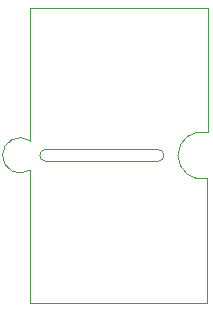
<source format=gm1>
G04 #@! TF.GenerationSoftware,KiCad,Pcbnew,5.1.10-88a1d61d58~90~ubuntu20.04.1*
G04 #@! TF.CreationDate,2021-10-26T15:32:18+01:00*
G04 #@! TF.ProjectId,THP,5448502e-6b69-4636-9164-5f7063625858,rev?*
G04 #@! TF.SameCoordinates,Original*
G04 #@! TF.FileFunction,Profile,NP*
%FSLAX46Y46*%
G04 Gerber Fmt 4.6, Leading zero omitted, Abs format (unit mm)*
G04 Created by KiCad (PCBNEW 5.1.10-88a1d61d58~90~ubuntu20.04.1) date 2021-10-26 15:32:18*
%MOMM*%
%LPD*%
G01*
G04 APERTURE LIST*
G04 #@! TA.AperFunction,Profile*
%ADD10C,0.100000*%
G04 #@! TD*
G04 APERTURE END LIST*
D10*
X10800000Y-12000000D02*
G75*
G02*
X10800000Y-13000000I0J-500000D01*
G01*
X1300000Y-13000000D02*
G75*
G02*
X1300000Y-12000000I0J500000D01*
G01*
X10800000Y-12000000D02*
X1300000Y-12000000D01*
X1300000Y-13000000D02*
X10800000Y-13000000D01*
X14979492Y-14445170D02*
G75*
G02*
X15000000Y-10560000I-479492J1945170D01*
G01*
X364Y-13728728D02*
G75*
G02*
X365Y-11271272I-860364J1228728D01*
G01*
X365Y-11271272D02*
X0Y0D01*
X15000000Y-10560000D02*
X15000000Y0D01*
X0Y-25000000D02*
X14994277Y-24995378D01*
X0Y0D02*
X15000000Y0D01*
X364Y-13728728D02*
X0Y-25000000D01*
X14979492Y-14445170D02*
X14994277Y-24995378D01*
M02*

</source>
